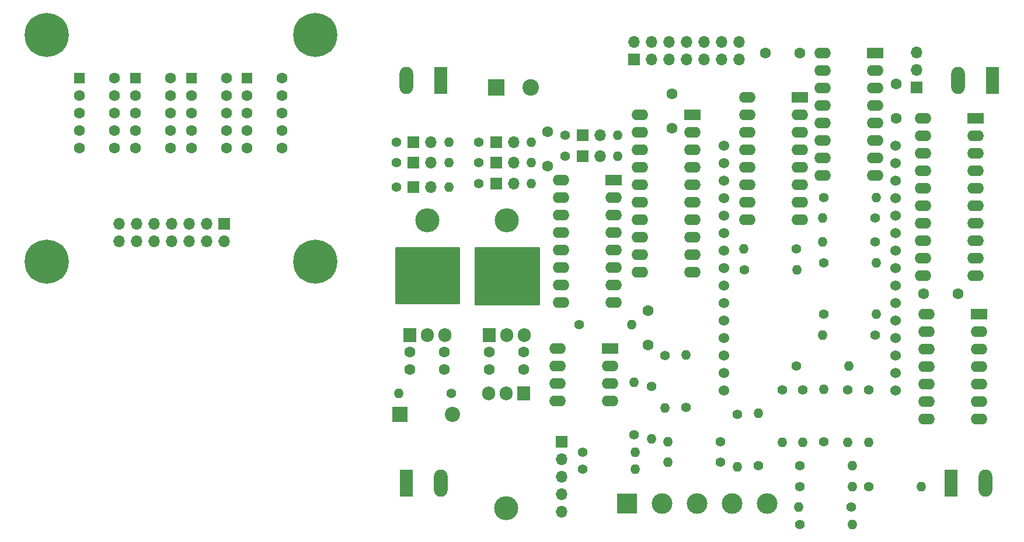
<source format=gbr>
%TF.GenerationSoftware,KiCad,Pcbnew,5.1.10-88a1d61d58~90~ubuntu20.04.1*%
%TF.CreationDate,2021-11-05T17:14:26+01:00*%
%TF.ProjectId,menelaos-v2,6d656e65-6c61-46f7-932d-76322e6b6963,rev?*%
%TF.SameCoordinates,Original*%
%TF.FileFunction,Soldermask,Top*%
%TF.FilePolarity,Negative*%
%FSLAX46Y46*%
G04 Gerber Fmt 4.6, Leading zero omitted, Abs format (unit mm)*
G04 Created by KiCad (PCBNEW 5.1.10-88a1d61d58~90~ubuntu20.04.1) date 2021-11-05 17:14:26*
%MOMM*%
%LPD*%
G01*
G04 APERTURE LIST*
%ADD10O,1.700000X1.700000*%
%ADD11R,1.700000X1.700000*%
%ADD12C,0.800000*%
%ADD13C,6.400000*%
%ADD14C,1.600000*%
%ADD15R,1.600000X1.600000*%
%ADD16R,2.400000X2.400000*%
%ADD17C,2.400000*%
%ADD18R,2.200000X2.200000*%
%ADD19O,2.200000X2.200000*%
%ADD20C,3.000000*%
%ADD21R,3.000000X3.000000*%
%ADD22O,3.500000X3.500000*%
%ADD23R,1.905000X2.000000*%
%ADD24O,1.905000X2.000000*%
%ADD25O,1.400000X1.400000*%
%ADD26C,1.400000*%
%ADD27R,1.980000X3.960000*%
%ADD28O,1.980000X3.960000*%
%ADD29R,2.400000X1.600000*%
%ADD30O,2.400000X1.600000*%
%ADD31C,1.524000*%
%ADD32C,0.254000*%
%ADD33C,0.100000*%
G04 APERTURE END LIST*
D10*
%TO.C,J21*%
X92840000Y-93920000D03*
X92840000Y-91380000D03*
X95380000Y-93920000D03*
X95380000Y-91380000D03*
X97920000Y-93920000D03*
X97920000Y-91380000D03*
X100460000Y-93920000D03*
X100460000Y-91380000D03*
X103000000Y-93920000D03*
X103000000Y-91380000D03*
X105540000Y-93920000D03*
X105540000Y-91380000D03*
X108080000Y-93920000D03*
D11*
X108080000Y-91380000D03*
%TD*%
D12*
%TO.C,H4*%
X122977056Y-95182944D03*
X121280000Y-94480000D03*
X119582944Y-95182944D03*
X118880000Y-96880000D03*
X119582944Y-98577056D03*
X121280000Y-99280000D03*
X122977056Y-98577056D03*
X123680000Y-96880000D03*
D13*
X121280000Y-96880000D03*
%TD*%
D12*
%TO.C,H2*%
X83977056Y-62182944D03*
X82280000Y-61480000D03*
X80582944Y-62182944D03*
X79880000Y-63880000D03*
X80582944Y-65577056D03*
X82280000Y-66280000D03*
X83977056Y-65577056D03*
X84680000Y-63880000D03*
D13*
X82280000Y-63880000D03*
%TD*%
D12*
%TO.C,H1*%
X122977056Y-62182944D03*
X121280000Y-61480000D03*
X119582944Y-62182944D03*
X118880000Y-63880000D03*
X119582944Y-65577056D03*
X121280000Y-66280000D03*
X122977056Y-65577056D03*
X123680000Y-63880000D03*
D13*
X121280000Y-63880000D03*
%TD*%
D12*
%TO.C,H3*%
X83977056Y-95182944D03*
X82280000Y-94480000D03*
X80582944Y-95182944D03*
X79880000Y-96880000D03*
X80582944Y-98577056D03*
X82280000Y-99280000D03*
X83977056Y-98577056D03*
X84680000Y-96880000D03*
D13*
X82280000Y-96880000D03*
%TD*%
D14*
%TO.C,U14*%
X92180000Y-70220000D03*
X92180000Y-72760000D03*
X92180000Y-75300000D03*
X92180000Y-77840000D03*
X92180000Y-80380000D03*
X87100000Y-80380000D03*
X87100000Y-77840000D03*
X87100000Y-75300000D03*
X87100000Y-72760000D03*
D15*
X87100000Y-70220000D03*
%TD*%
%TO.C,U12*%
X111400000Y-70220000D03*
D14*
X111400000Y-72760000D03*
X111400000Y-75300000D03*
X111400000Y-77840000D03*
X111400000Y-80380000D03*
X116480000Y-80380000D03*
X116480000Y-77840000D03*
X116480000Y-75300000D03*
X116480000Y-72760000D03*
X116480000Y-70220000D03*
%TD*%
%TO.C,U10*%
X108380000Y-70220000D03*
X108380000Y-72760000D03*
X108380000Y-75300000D03*
X108380000Y-77840000D03*
X108380000Y-80380000D03*
X103300000Y-80380000D03*
X103300000Y-77840000D03*
X103300000Y-75300000D03*
X103300000Y-72760000D03*
D15*
X103300000Y-70220000D03*
%TD*%
%TO.C,U8*%
X95200000Y-70220000D03*
D14*
X95200000Y-72760000D03*
X95200000Y-75300000D03*
X95200000Y-77840000D03*
X95200000Y-80380000D03*
X100280000Y-80380000D03*
X100280000Y-77840000D03*
X100280000Y-75300000D03*
X100280000Y-72760000D03*
X100280000Y-70220000D03*
%TD*%
D16*
%TO.C,C2*%
X147500000Y-71500000D03*
D17*
X152500000Y-71500000D03*
%TD*%
D18*
%TO.C,D1*%
X133500000Y-119000000D03*
D19*
X141120000Y-119000000D03*
%TD*%
D11*
%TO.C,J1*%
X157000000Y-123000000D03*
D10*
X157000000Y-125540000D03*
X157000000Y-128080000D03*
X157000000Y-130620000D03*
X157000000Y-133160000D03*
%TD*%
%TO.C,J2*%
X162540000Y-81500000D03*
D11*
X160000000Y-81500000D03*
%TD*%
%TO.C,J3*%
X147500000Y-85500000D03*
D10*
X150040000Y-85500000D03*
%TD*%
%TO.C,J4*%
X150040000Y-79500000D03*
D11*
X147500000Y-79500000D03*
%TD*%
%TO.C,J5*%
X147500000Y-82500000D03*
D10*
X150040000Y-82500000D03*
%TD*%
%TO.C,J6*%
X138040000Y-86000000D03*
D11*
X135500000Y-86000000D03*
%TD*%
%TO.C,J7*%
X135500000Y-82500000D03*
D10*
X138040000Y-82500000D03*
%TD*%
D11*
%TO.C,J8*%
X135500000Y-79500000D03*
D10*
X138040000Y-79500000D03*
%TD*%
%TO.C,J9*%
X162540000Y-78500000D03*
D11*
X160000000Y-78500000D03*
%TD*%
%TO.C,J10*%
X208500000Y-71500000D03*
D10*
X208500000Y-68960000D03*
X208500000Y-66420000D03*
%TD*%
D11*
%TO.C,J11*%
X167500000Y-67500000D03*
D10*
X167500000Y-64960000D03*
X170040000Y-67500000D03*
X170040000Y-64960000D03*
X172580000Y-67500000D03*
X172580000Y-64960000D03*
X175120000Y-67500000D03*
X175120000Y-64960000D03*
X177660000Y-67500000D03*
X177660000Y-64960000D03*
X180200000Y-67500000D03*
X180200000Y-64960000D03*
X182740000Y-67500000D03*
X182740000Y-64960000D03*
%TD*%
D20*
%TO.C,J23*%
X171580000Y-132000000D03*
X176660000Y-132000000D03*
D21*
X166500000Y-132000000D03*
D20*
X181740000Y-132000000D03*
X186820000Y-132000000D03*
%TD*%
D14*
%TO.C,Murata-Ceramic-Capacitor-50v1-22uF1*%
X146500000Y-112500000D03*
X146500000Y-110000000D03*
%TD*%
%TO.C,Murata-Ceramic-Capacitor-50v1-22uF2*%
X135000000Y-110000000D03*
X135000000Y-112500000D03*
%TD*%
%TO.C,Murata-Ceramic-Capacitor-50v1-22uF3*%
X151500000Y-110000000D03*
X151500000Y-112500000D03*
%TD*%
%TO.C,Murata-Ceramic-Capacitor-50v1-22uF4*%
X140000000Y-112500000D03*
X140000000Y-110000000D03*
%TD*%
D22*
%TO.C,Q1*%
X148960000Y-132660000D03*
D23*
X151500000Y-116000000D03*
D24*
X148960000Y-116000000D03*
X146420000Y-116000000D03*
%TD*%
D25*
%TO.C,R1*%
X183380000Y-95000000D03*
D26*
X191000000Y-95000000D03*
%TD*%
%TO.C,R2*%
X183500000Y-98000000D03*
D25*
X191120000Y-98000000D03*
%TD*%
%TO.C,R3*%
X202620000Y-87500000D03*
D26*
X195000000Y-87500000D03*
%TD*%
%TO.C,R4*%
X202500000Y-90500000D03*
D25*
X194880000Y-90500000D03*
%TD*%
%TO.C,R5*%
X202620000Y-97000000D03*
D26*
X195000000Y-97000000D03*
%TD*%
%TO.C,R6*%
X202500000Y-94000000D03*
D25*
X194880000Y-94000000D03*
%TD*%
%TO.C,R7*%
X202620000Y-104500000D03*
D26*
X195000000Y-104500000D03*
%TD*%
%TO.C,R8*%
X202500000Y-107500000D03*
D25*
X194880000Y-107500000D03*
%TD*%
%TO.C,R9*%
X133380000Y-116000000D03*
D26*
X141000000Y-116000000D03*
%TD*%
%TO.C,R21*%
X159500000Y-106000000D03*
D25*
X167120000Y-106000000D03*
%TD*%
%TO.C,R11*%
X192000000Y-123120000D03*
D26*
X192000000Y-115500000D03*
%TD*%
%TO.C,R12*%
X201500000Y-129500000D03*
D25*
X209120000Y-129500000D03*
%TD*%
D26*
%TO.C,R13*%
X191000000Y-112000000D03*
D25*
X198620000Y-112000000D03*
%TD*%
D26*
%TO.C,R14*%
X195000000Y-123000000D03*
D25*
X195000000Y-115380000D03*
%TD*%
%TO.C,R15*%
X198500000Y-123120000D03*
D26*
X198500000Y-115500000D03*
%TD*%
D25*
%TO.C,R16*%
X189000000Y-123120000D03*
D26*
X189000000Y-115500000D03*
%TD*%
%TO.C,R17*%
X191500000Y-129500000D03*
D25*
X199120000Y-129500000D03*
%TD*%
%TO.C,R18*%
X201500000Y-123120000D03*
D26*
X201500000Y-115500000D03*
%TD*%
%TO.C,R19*%
X191500000Y-126500000D03*
D25*
X199120000Y-126500000D03*
%TD*%
D27*
%TO.C,S1*%
X219500000Y-70500000D03*
D28*
X214500000Y-70500000D03*
%TD*%
%TO.C,S2*%
X218500000Y-129000000D03*
D27*
X213500000Y-129000000D03*
%TD*%
%TO.C,S3*%
X139500000Y-70500000D03*
D28*
X134500000Y-70500000D03*
%TD*%
%TO.C,S4*%
X139500000Y-129000000D03*
D27*
X134500000Y-129000000D03*
%TD*%
D29*
%TO.C,U4*%
X176000000Y-75500000D03*
D30*
X168380000Y-98360000D03*
X176000000Y-78040000D03*
X168380000Y-95820000D03*
X176000000Y-80580000D03*
X168380000Y-93280000D03*
X176000000Y-83120000D03*
X168380000Y-90740000D03*
X176000000Y-85660000D03*
X168380000Y-88200000D03*
X176000000Y-88200000D03*
X168380000Y-85660000D03*
X176000000Y-90740000D03*
X168380000Y-83120000D03*
X176000000Y-93280000D03*
X168380000Y-80580000D03*
X176000000Y-95820000D03*
X168380000Y-78040000D03*
X176000000Y-98360000D03*
X168380000Y-75500000D03*
%TD*%
D29*
%TO.C,U5*%
X202500000Y-66500000D03*
D30*
X194880000Y-84280000D03*
X202500000Y-69040000D03*
X194880000Y-81740000D03*
X202500000Y-71580000D03*
X194880000Y-79200000D03*
X202500000Y-74120000D03*
X194880000Y-76660000D03*
X202500000Y-76660000D03*
X194880000Y-74120000D03*
X202500000Y-79200000D03*
X194880000Y-71580000D03*
X202500000Y-81740000D03*
X194880000Y-69040000D03*
X202500000Y-84280000D03*
X194880000Y-66500000D03*
%TD*%
D29*
%TO.C,U6*%
X217500000Y-104500000D03*
D30*
X209880000Y-119740000D03*
X217500000Y-107040000D03*
X209880000Y-117200000D03*
X217500000Y-109580000D03*
X209880000Y-114660000D03*
X217500000Y-112120000D03*
X209880000Y-112120000D03*
X217500000Y-114660000D03*
X209880000Y-109580000D03*
X217500000Y-117200000D03*
X209880000Y-107040000D03*
X217500000Y-119740000D03*
X209880000Y-104500000D03*
%TD*%
D29*
%TO.C,U7*%
X164500000Y-85000000D03*
D30*
X156880000Y-102780000D03*
X164500000Y-87540000D03*
X156880000Y-100240000D03*
X164500000Y-90080000D03*
X156880000Y-97700000D03*
X164500000Y-92620000D03*
X156880000Y-95160000D03*
X164500000Y-95160000D03*
X156880000Y-92620000D03*
X164500000Y-97700000D03*
X156880000Y-90080000D03*
X164500000Y-100240000D03*
X156880000Y-87540000D03*
X164500000Y-102780000D03*
X156880000Y-85000000D03*
%TD*%
%TO.C,U8*%
X209380000Y-76000000D03*
X217000000Y-98860000D03*
X209380000Y-78540000D03*
X217000000Y-96320000D03*
X209380000Y-81080000D03*
X217000000Y-93780000D03*
X209380000Y-83620000D03*
X217000000Y-91240000D03*
X209380000Y-86160000D03*
X217000000Y-88700000D03*
X209380000Y-88700000D03*
X217000000Y-86160000D03*
X209380000Y-91240000D03*
X217000000Y-83620000D03*
X209380000Y-93780000D03*
X217000000Y-81080000D03*
X209380000Y-96320000D03*
X217000000Y-78540000D03*
X209380000Y-98860000D03*
D29*
X217000000Y-76000000D03*
%TD*%
D30*
%TO.C,U9*%
X183880000Y-73000000D03*
X191500000Y-90780000D03*
X183880000Y-75540000D03*
X191500000Y-88240000D03*
X183880000Y-78080000D03*
X191500000Y-85700000D03*
X183880000Y-80620000D03*
X191500000Y-83160000D03*
X183880000Y-83160000D03*
X191500000Y-80620000D03*
X183880000Y-85700000D03*
X191500000Y-78080000D03*
X183880000Y-88240000D03*
X191500000Y-75540000D03*
X183880000Y-90780000D03*
D29*
X191500000Y-73000000D03*
%TD*%
%TO.C,U1*%
X164000000Y-109500000D03*
D30*
X156380000Y-117120000D03*
X164000000Y-112040000D03*
X156380000Y-114580000D03*
X164000000Y-114580000D03*
X156380000Y-112040000D03*
X164000000Y-117120000D03*
X156380000Y-109500000D03*
%TD*%
D31*
%TO.C,U24*%
X180554000Y-79966000D03*
X180554000Y-82506000D03*
X180554000Y-85046000D03*
X180554000Y-87586000D03*
X180554000Y-90126000D03*
X180554000Y-92666000D03*
X180554000Y-95206000D03*
X180554000Y-97746000D03*
X180554000Y-100286000D03*
X180554000Y-102826000D03*
X180554000Y-105366000D03*
X180554000Y-107906000D03*
X180554000Y-110446000D03*
X180554000Y-112986000D03*
X180554000Y-112986000D03*
X180554000Y-115526000D03*
X205446000Y-115526000D03*
X205446000Y-112986000D03*
X205446000Y-110446000D03*
X205446000Y-107906000D03*
X205446000Y-105366000D03*
X205446000Y-102826000D03*
X205446000Y-100286000D03*
X205446000Y-97746000D03*
X205446000Y-95206000D03*
X205446000Y-92666000D03*
X205446000Y-90126000D03*
X205446000Y-87586000D03*
X205446000Y-85046000D03*
X205446000Y-82506000D03*
X205446000Y-79966000D03*
%TD*%
D14*
%TO.C,C1*%
X169500000Y-104000000D03*
X169500000Y-109000000D03*
%TD*%
%TO.C,C3*%
X191500000Y-66500000D03*
X186500000Y-66500000D03*
%TD*%
%TO.C,C4*%
X173000000Y-77500000D03*
X173000000Y-72500000D03*
%TD*%
%TO.C,C5*%
X205500000Y-71000000D03*
X205500000Y-76000000D03*
%TD*%
%TO.C,C6*%
X155000000Y-78000000D03*
X155000000Y-83000000D03*
%TD*%
%TO.C,C7*%
X209500000Y-101500000D03*
X214500000Y-101500000D03*
%TD*%
D25*
%TO.C,R10*%
X167500000Y-114380000D03*
D26*
X167500000Y-122000000D03*
%TD*%
%TO.C,R20*%
X170000000Y-115000000D03*
D25*
X170000000Y-122620000D03*
%TD*%
%TO.C,R22*%
X172000000Y-118120000D03*
D26*
X172000000Y-110500000D03*
%TD*%
%TO.C,R23*%
X175000000Y-118000000D03*
D25*
X175000000Y-110380000D03*
%TD*%
%TO.C,R24*%
X165120000Y-81500000D03*
D26*
X157500000Y-81500000D03*
%TD*%
%TO.C,R25*%
X145000000Y-85500000D03*
D25*
X152620000Y-85500000D03*
%TD*%
%TO.C,R26*%
X152620000Y-79500000D03*
D26*
X145000000Y-79500000D03*
%TD*%
%TO.C,R27*%
X145000000Y-82500000D03*
D25*
X152620000Y-82500000D03*
%TD*%
D26*
%TO.C,R28*%
X182500000Y-119000000D03*
D25*
X182500000Y-126620000D03*
%TD*%
%TO.C,R29*%
X185500000Y-118880000D03*
D26*
X185500000Y-126500000D03*
%TD*%
D25*
%TO.C,R30*%
X167620000Y-124500000D03*
D26*
X160000000Y-124500000D03*
%TD*%
D25*
%TO.C,R31*%
X167620000Y-127000000D03*
D26*
X160000000Y-127000000D03*
%TD*%
%TO.C,R32*%
X199000000Y-132500000D03*
D25*
X191380000Y-132500000D03*
%TD*%
%TO.C,R33*%
X199120000Y-135000000D03*
D26*
X191500000Y-135000000D03*
%TD*%
D25*
%TO.C,R34*%
X172380000Y-123000000D03*
D26*
X180000000Y-123000000D03*
%TD*%
%TO.C,R35*%
X180000000Y-126000000D03*
D25*
X172380000Y-126000000D03*
%TD*%
%TO.C,R36*%
X140620000Y-86000000D03*
D26*
X133000000Y-86000000D03*
%TD*%
%TO.C,R37*%
X133000000Y-82500000D03*
D25*
X140620000Y-82500000D03*
%TD*%
D26*
%TO.C,R38*%
X133000000Y-79500000D03*
D25*
X140620000Y-79500000D03*
%TD*%
D26*
%TO.C,R39*%
X157500000Y-78500000D03*
D25*
X165120000Y-78500000D03*
%TD*%
D24*
%TO.C,U2*%
X151580000Y-107500000D03*
X149040000Y-107500000D03*
D23*
X146500000Y-107500000D03*
D22*
X149040000Y-90840000D03*
%TD*%
%TO.C,U3*%
X137540000Y-90840000D03*
D23*
X135000000Y-107500000D03*
D24*
X137540000Y-107500000D03*
X140080000Y-107500000D03*
%TD*%
D32*
X153673000Y-103073000D02*
X144427000Y-103073000D01*
X144427000Y-94827000D01*
X153673000Y-94827000D01*
X153673000Y-103073000D01*
D33*
G36*
X153673000Y-103073000D02*
G01*
X144427000Y-103073000D01*
X144427000Y-94827000D01*
X153673000Y-94827000D01*
X153673000Y-103073000D01*
G37*
D32*
X142073000Y-102873000D02*
X132927000Y-102873000D01*
X132927000Y-94827000D01*
X142073000Y-94827000D01*
X142073000Y-102873000D01*
D33*
G36*
X142073000Y-102873000D02*
G01*
X132927000Y-102873000D01*
X132927000Y-94827000D01*
X142073000Y-94827000D01*
X142073000Y-102873000D01*
G37*
M02*

</source>
